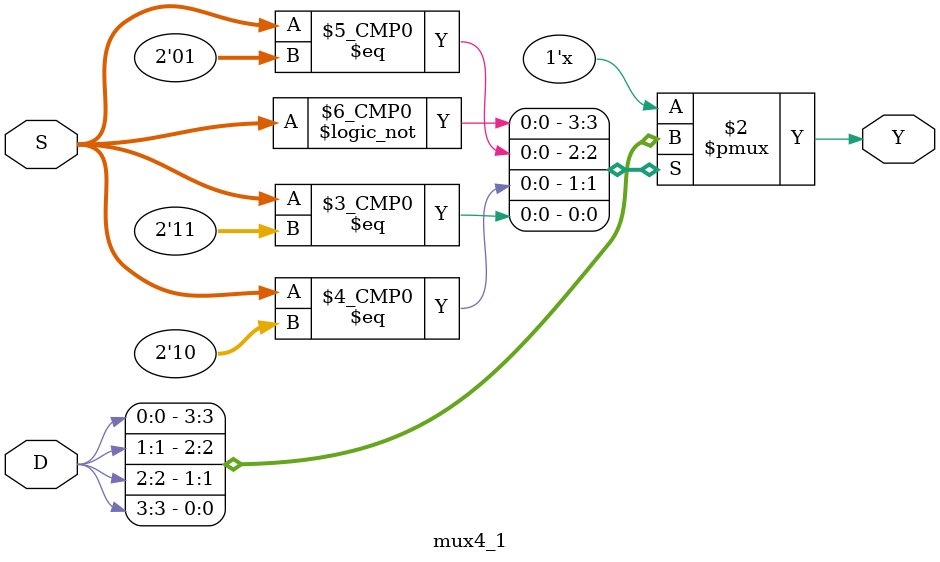
<source format=v>
module mux4_1(D,S,Y);
 input[3:0] D;
 input[1:0] S;
 output reg Y;
    always@(D,S)
    begin
	  case(S)
	        2'd0 : Y=D[0];
		2'd1 : Y=D[1];
		2'd2 : Y=D[2];
		2'd3 : Y=D[3];
		default : Y=0;
	  endcase
    end
endmodule
</source>
